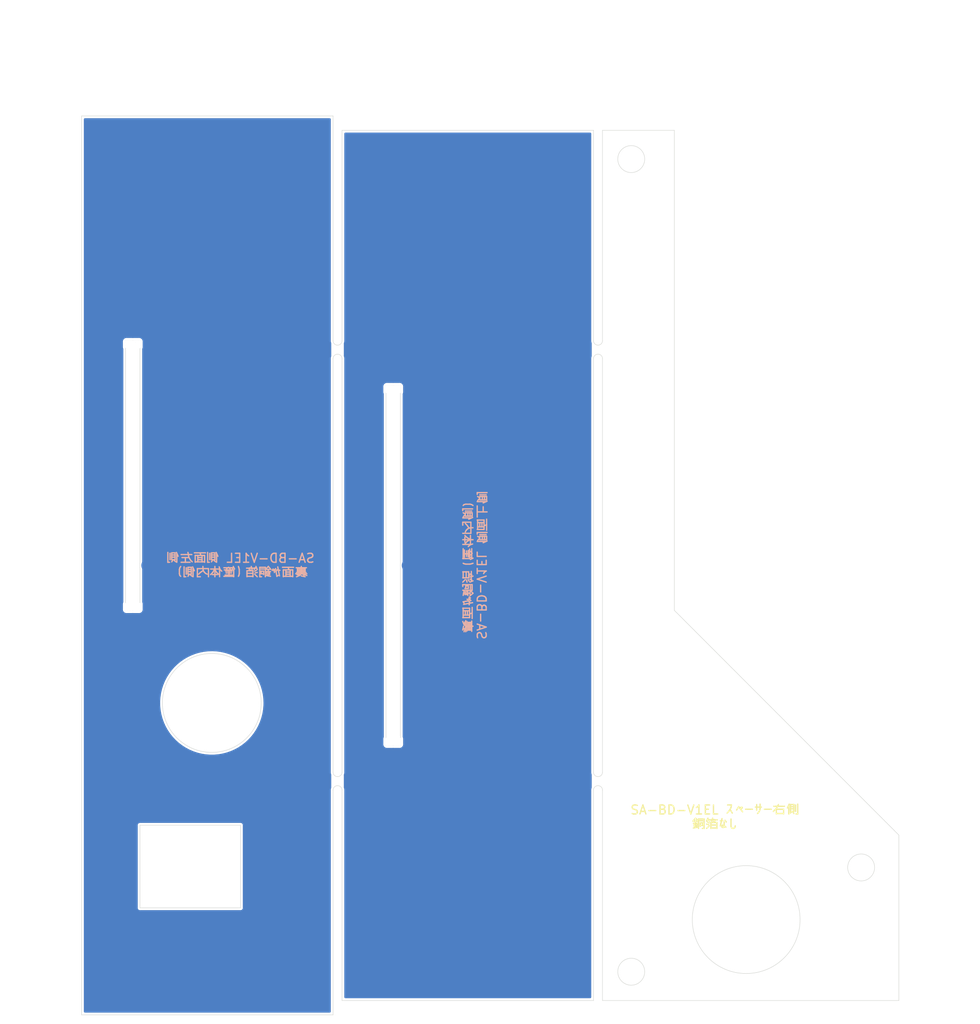
<source format=kicad_pcb>
(kicad_pcb (version 20211014) (generator pcbnew)
  (layers (0 "F.Cu" signal) (31 "B.Cu" signal) (34 "B.Paste" user) (35 "F.Paste" user) (36 "B.SilkS" user "B.Silkscreen") (37 "F.SilkS" user "F.Silkscreen") (38 "B.Mask" user) (39 "F.Mask" user) (44 "Edge.Cuts" user))
  (net 0 "")
  (net 1 "GND")
  (footprint "myFoot:kado" (layer "F.Cu") (at -14.5 -30)
    (fp_text reference "r" hide)
    (fp_text value "h" hide)
    (pad "" np_thru_hole oval (at -0.4 -0.1 270) (size 0.3 0.9) (drill oval 0.3 0.9) (layers F&B.Cu *.Mask))
    (pad "" np_thru_hole oval (at -0.1 -0.4) (size 0.3 0.9) (drill oval 0.3 0.9) (layers F&B.Cu *.Mask))
  )
  (footprint "myFoot:kado" (layer "F.Cu") (at -14.5 -70 90)
    (fp_text reference "r" hide)
    (fp_text value "h" hide)
    (pad "" np_thru_hole oval (at -0.1 -0.4 90) (size 0.3 0.9) (drill oval 0.3 0.9) (layers F&B.Cu *.Mask))
    (pad "" np_thru_hole oval (at -0.4 -0.1) (size 0.3 0.9) (drill oval 0.3 0.9) (layers F&B.Cu *.Mask))
  )
  (footprint "myFoot:kado" (layer "F.Cu") (at -16.1 -30 -90)
    (fp_text reference "r" hide)
    (fp_text value "h" hide)
    (pad "" np_thru_hole oval (at -0.1 -0.4 270) (size 0.3 0.9) (drill oval 0.3 0.9) (layers F&B.Cu *.Mask))
    (pad "" np_thru_hole oval (at -0.4 -0.1 180) (size 0.3 0.9) (drill oval 0.3 0.9) (layers F&B.Cu *.Mask))
  )
  (footprint "myFoot:kado" (layer "F.Cu") (at -16.1 -70 180)
    (fp_text reference "r" hide)
    (fp_text value "h" hide)
    (pad "" np_thru_hole oval (at -0.4 -0.1 90) (size 0.3 0.9) (drill oval 0.3 0.9) (layers F&B.Cu *.Mask))
    (pad "" np_thru_hole oval (at -0.1 -0.4 180) (size 0.3 0.9) (drill oval 0.3 0.9) (layers F&B.Cu *.Mask))
  )
  (footprint "myFoot:kado" (layer "F.Cu") (at -43.5 -45)
    (fp_text reference "r" hide)
    (fp_text value "h" hide)
    (pad "" np_thru_hole oval (at -0.1 -0.4) (size 0.3 0.9) (drill oval 0.3 0.9) (layers F&B.Cu *.Mask))
    (pad "" np_thru_hole oval (at -0.4 -0.1 270) (size 0.3 0.9) (drill oval 0.3 0.9) (layers F&B.Cu *.Mask))
  )
  (footprint "myFoot:kado" (layer "F.Cu") (at -45.1 -75 180)
    (fp_text reference "r" hide)
    (fp_text value "h" hide)
    (pad "" np_thru_hole oval (at -0.4 -0.1 90) (size 0.3 0.9) (drill oval 0.3 0.9) (layers F&B.Cu *.Mask))
    (pad "" np_thru_hole oval (at -0.1 -0.4 180) (size 0.3 0.9) (drill oval 0.3 0.9) (layers F&B.Cu *.Mask))
  )
  (footprint "myFoot:kado" (layer "F.Cu") (at -43.5 -75 90)
    (fp_text reference "r" hide)
    (fp_text value "h" hide)
    (pad "" np_thru_hole oval (at -0.1 -0.4 90) (size 0.3 0.9) (drill oval 0.3 0.9) (layers F&B.Cu *.Mask))
    (pad "" np_thru_hole oval (at -0.4 -0.1) (size 0.3 0.9) (drill oval 0.3 0.9) (layers F&B.Cu *.Mask))
  )
  (footprint "myFoot:kado" (layer "F.Cu") (at -45.1 -45 -90)
    (fp_text reference "r" hide)
    (fp_text value "h" hide)
    (pad "" np_thru_hole oval (at -0.4 -0.1 180) (size 0.3 0.9) (drill oval 0.3 0.9) (layers F&B.Cu *.Mask))
    (pad "" np_thru_hole oval (at -0.1 -0.4 270) (size 0.3 0.9) (drill oval 0.3 0.9) (layers F&B.Cu *.Mask))
  )
  (footprint "myFoot:my_pad_6-2mm" (layer "B.Cu") (at -13.6 -50 180)
    (fp_text reference "*" hide)
    (fp_text value "p" hide)
    (pad "1" smd circle locked (at 0 0 180) (size 1.5 1.5) (layers "B.Cu" "B.Mask") (net 1 "GND"))
  )
  (footprint "myFoot:my_pad_6-2mm" (layer "B.Cu") (at -42.6 -50 180)
    (fp_text reference "*" hide)
    (fp_text value "p" hide)
    (pad "1" smd circle locked (at 0 0 180) (size 1.5 1.5) (layers "B.Cu" "B.Mask") (net 1 "GND"))
  )
  (gr_line (start 7 -27) (end 7 -73) (layer "Edge.Cuts") (width 0.05))
  (gr_line (start -50 -100) (end -50 0) (layer "Edge.Cuts") (width 0.05))
  (gr_line (start 16 -98.4) (end 16 -45) (layer "Edge.Cuts") (width 0.05))
  (gr_line (start 7 -75) (end 7 -98.4) (layer "Edge.Cuts") (width 0.05))
  (gr_line (start -21 -73) (end -21 -27) (layer "Edge.Cuts") (width 0.05))
  (gr_line (start 8 -75) (end 8 -98.4) (layer "Edge.Cuts") (width 0.05))
  (gr_arc (start -22 -25) (mid -21.5 -25.5) (end -21 -25) (layer "Edge.Cuts") (width 0.05))
  (gr_line (start 7 -98.4) (end -21 -98.4) (layer "Edge.Cuts") (width 0.05))
  (gr_line (start 8 -98.4) (end 16 -98.4) (layer "Edge.Cuts") (width 0.05))
  (gr_line (start 41 -20) (end 16 -45) (layer "Edge.Cuts") (width 0.05))
  (gr_rect (start -45.1 -75) (end -43.5 -45) (layer "Edge.Cuts") (width 0.05) (fill none))
  (gr_arc (start 8 -75) (mid 7.5 -74.5) (end 7 -75) (layer "Edge.Cuts") (width 0.05))
  (gr_line (start 41 -1.6) (end 8 -1.6) (layer "Edge.Cuts") (width 0.05))
  (gr_arc (start -21 -75) (mid -21.5 -74.5) (end -22 -75) (layer "Edge.Cuts") (width 0.05))
  (gr_arc (start 7 -25) (mid 7.5 -25.5) (end 8 -25) (layer "Edge.Cuts") (width 0.05))
  (gr_line (start -22 -100) (end -50 -100) (layer "Edge.Cuts") (width 0.05))
  (gr_line (start -22 -75) (end -22 -100) (layer "Edge.Cuts") (width 0.05))
  (gr_circle (center -35.5 -34.7) (end -41 -34.7) (layer "Edge.Cuts") (width 0.05) (fill none))
  (gr_line (start 7 -1.6) (end 7 -25) (layer "Edge.Cuts") (width 0.05))
  (gr_line (start -22 0) (end -22 -25) (layer "Edge.Cuts") (width 0.05))
  (gr_line (start 41 -20) (end 41 -1.6) (layer "Edge.Cuts") (width 0.05))
  (gr_circle (center 24 -10.6) (end 18 -10.6) (layer "Edge.Cuts") (width 0.05) (fill none))
  (gr_line (start 8 -27) (end 8 -73) (layer "Edge.Cuts") (width 0.05))
  (gr_line (start 8 -1.6) (end 8 -25) (layer "Edge.Cuts") (width 0.05))
  (gr_arc (start -22 -73) (mid -21.5 -73.5) (end -21 -73) (layer "Edge.Cuts") (width 0.05))
  (gr_rect (start -16.1 -70) (end -14.5 -30) (layer "Edge.Cuts") (width 0.05) (fill none))
  (gr_rect (start -43.5 -21.1) (end -32.3 -11.9) (layer "Edge.Cuts") (width 0.05) (fill none))
  (gr_line (start -21 -1.6) (end 7 -1.6) (layer "Edge.Cuts") (width 0.05))
  (gr_circle (center 11.2 -4.8) (end 9.7 -4.8) (layer "Edge.Cuts") (width 0.05) (fill none))
  (gr_circle (center 36.8 -16.4) (end 35.3 -16.4) (layer "Edge.Cuts") (width 0.05) (fill none))
  (gr_circle (center 11.2 -95.2) (end 9.7 -95.2) (layer "Edge.Cuts") (width 0.05) (fill none))
  (gr_arc (start -21 -27) (mid -21.5 -26.5) (end -22 -27) (layer "Edge.Cuts") (width 0.05))
  (gr_line (start -50 0) (end -22 0) (layer "Edge.Cuts") (width 0.05))
  (gr_line (start -21 -98.4) (end -21 -75) (layer "Edge.Cuts") (width 0.05))
  (gr_arc (start 8 -27) (mid 7.5 -26.5) (end 7 -27) (layer "Edge.Cuts") (width 0.05))
  (gr_line (start -21 -25) (end -21 -1.6) (layer "Edge.Cuts") (width 0.05))
  (gr_arc (start 7 -73) (mid 7.5 -73.5) (end 8 -73) (layer "Edge.Cuts") (width 0.05))
  (gr_line (start -22 -27) (end -22 -73) (layer "Edge.Cuts") (width 0.05))
  (gr_text "SA-BD-V1EL 側面上側\n裏面が銅箔（筐体内側）" (at -6.3 -50 -90) (layer "B.SilkS") (effects (font (size 1 1)) (justify mirror)))
  (gr_text "SA-BD-V1EL 側面左側\n裏面が銅箔（筐体内側）" (at -32.3 -50) (layer "B.SilkS") (effects (font (size 1 1)) (justify mirror)))
  (gr_text "SA-BD-V1EL スペーサー右側\n銅箔なし" (at 20.5 -22) (layer "F.SilkS") (effects (font (size 1 1))))
  (zone (net 0) (net_name "") (layers F&B.Cu) (connect_pads yes (clearance 0)) (min_thickness 0.25)
    (keepout (tracks allowed) (vias allowed) (pads allowed) (copperpour not_allowed) (footprints allowed))
    (fill (thermal_gap 0.508) (thermal_bridge_width 0.508))
    (polygon (pts (xy 8.2 -24.4) (xy 6.8 -24.4) (xy 6.8 -27.5) (xy 8.2 -27.5)))
  )
  (zone (net 0) (net_name "") (layers F&B.Cu) (connect_pads yes (clearance 0)) (min_thickness 0.25)
    (keepout (tracks allowed) (vias allowed) (pads allowed) (copperpour not_allowed) (footprints allowed))
    (fill (thermal_gap 0.508) (thermal_bridge_width 0.508))
    (polygon (pts (xy -20.8 -72.5) (xy -22.2 -72.5) (xy -22.2 -75.6) (xy -20.8 -75.6)))
  )
  (zone (net 0) (net_name "") (layers F&B.Cu) (connect_pads yes (clearance 0)) (min_thickness 0.25)
    (keepout (tracks allowed) (vias allowed) (pads allowed) (copperpour not_allowed) (footprints allowed))
    (fill (thermal_gap 0.508) (thermal_bridge_width 0.508))
    (polygon (pts (xy -20.8 -24.6) (xy -22.2 -24.6) (xy -22.2 -27.7) (xy -20.8 -27.7)))
  )
  (zone (net 0) (net_name "") (layers F&B.Cu) (connect_pads yes (clearance 0)) (min_thickness 0.25)
    (keepout (tracks allowed) (vias allowed) (pads allowed) (copperpour not_allowed) (footprints allowed))
    (fill (thermal_gap 0.508) (thermal_bridge_width 0.508))
    (polygon (pts (xy 8.2 -72.5) (xy 6.8 -72.5) (xy 6.8 -75.6) (xy 8.2 -75.6)))
  )
  (zone (net 1) (net_name "GND") (layer "B.Cu") (connect_pads yes (clearance 0.25)) (min_thickness 0.25) (fill yes (thermal_gap 0.508) (thermal_bridge_width 0.508))
    (polygon (pts (xy 7.5 0.5) (xy -51 1) (xy -51 -101) (xy 7.5 -101)))
  )
)
</source>
